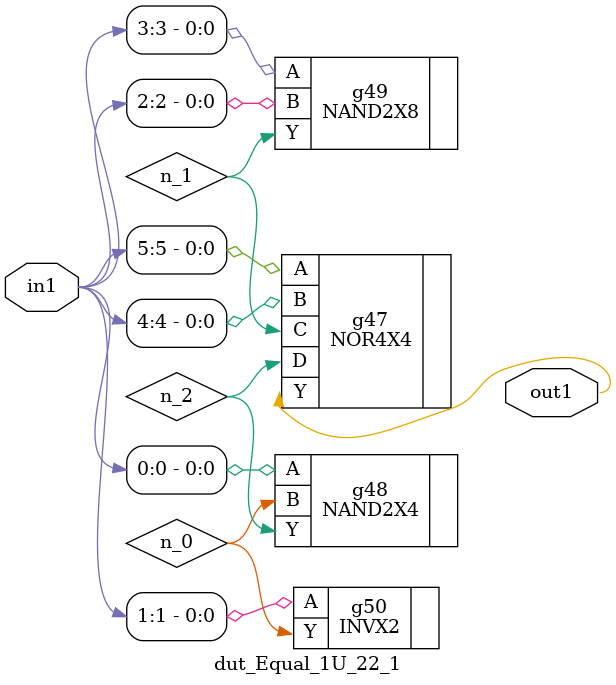
<source format=v>
`timescale 1ps / 1ps


module dut_Equal_1U_22_1(in1, out1);
  input [5:0] in1;
  output out1;
  wire [5:0] in1;
  wire out1;
  wire n_0, n_1, n_2;
  NOR4X4 g47(.A (in1[5]), .B (in1[4]), .C (n_1), .D (n_2), .Y (out1));
  NAND2X4 g48(.A (in1[0]), .B (n_0), .Y (n_2));
  NAND2X8 g49(.A (in1[3]), .B (in1[2]), .Y (n_1));
  INVX2 g50(.A (in1[1]), .Y (n_0));
endmodule



</source>
